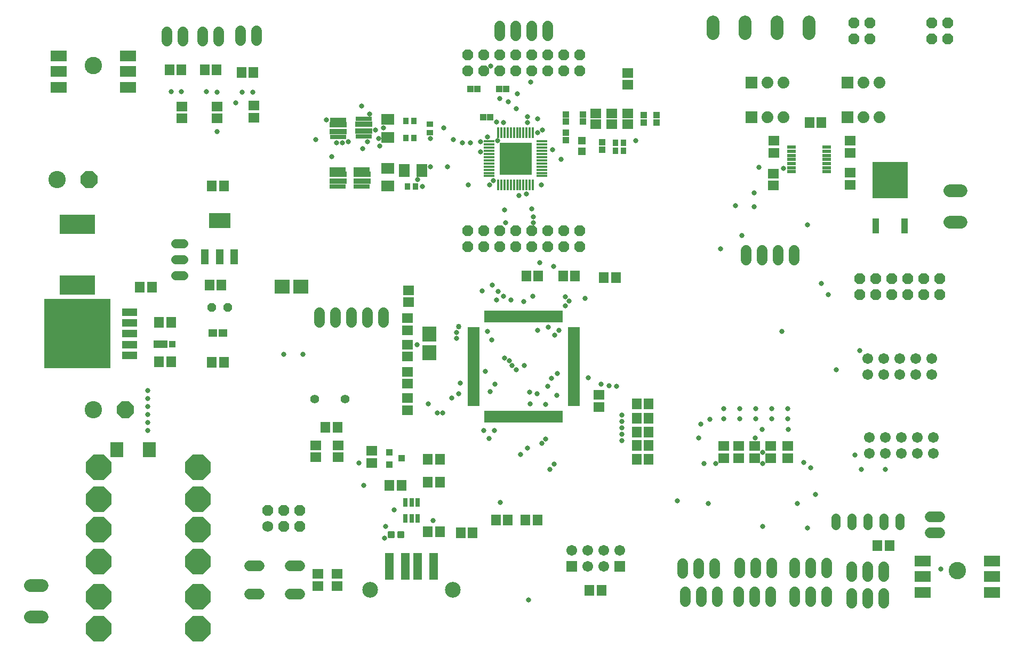
<source format=gbr>
G04 EAGLE Gerber RS-274X export*
G75*
%MOMM*%
%FSLAX34Y34*%
%LPD*%
%INSoldermask Top*%
%IPPOS*%
%AMOC8*
5,1,8,0,0,1.08239X$1,22.5*%
G01*
%ADD10R,1.703200X1.503200*%
%ADD11R,1.103200X1.053200*%
%ADD12R,1.053200X1.103200*%
%ADD13R,0.903200X1.103200*%
%ADD14R,1.503200X1.703200*%
%ADD15C,2.743200*%
%ADD16P,2.969212X8X22.500000*%
%ADD17R,1.203200X1.303200*%
%ADD18R,1.103200X0.903200*%
%ADD19P,1.869504X8X202.500000*%
%ADD20R,2.003200X2.403200*%
%ADD21R,2.203200X1.303200*%
%ADD22R,1.003200X1.003200*%
%ADD23C,1.703200*%
%ADD24C,1.727200*%
%ADD25P,4.343848X8X22.500000*%
%ADD26P,4.343848X8X202.500000*%
%ADD27C,1.993900*%
%ADD28R,1.653200X0.453200*%
%ADD29R,0.453200X1.653200*%
%ADD30R,5.203200X5.203200*%
%ADD31R,1.153200X2.353200*%
%ADD32R,3.453200X2.353200*%
%ADD33R,10.613200X11.003200*%
%ADD34R,2.362200X1.270000*%
%ADD35R,5.603200X3.103200*%
%ADD36R,2.403200X2.203200*%
%ADD37R,2.203200X2.403200*%
%ADD38P,1.539592X8X202.500000*%
%ADD39R,1.092200X2.387600*%
%ADD40R,5.664200X5.816600*%
%ADD41R,0.653200X0.723200*%
%ADD42R,2.723200X0.953200*%
%ADD43R,1.953200X0.723200*%
%ADD44R,1.103200X1.003200*%
%ADD45C,1.422400*%
%ADD46R,1.803200X2.006200*%
%ADD47R,2.006200X1.803200*%
%ADD48C,1.422400*%
%ADD49C,0.425956*%
%ADD50R,1.458200X1.309200*%
%ADD51C,1.727200*%
%ADD52P,1.869504X8X22.500000*%
%ADD53R,2.514600X1.803400*%
%ADD54C,2.755900*%
%ADD55C,1.703200*%
%ADD56R,1.703200X1.703200*%
%ADD57R,1.828200X0.483200*%
%ADD58R,0.483200X1.828200*%
%ADD59R,0.803200X1.353200*%
%ADD60R,1.358900X0.508000*%
%ADD61R,1.879600X1.879600*%
%ADD62C,1.879600*%
%ADD63R,1.323200X4.203200*%
%ADD64C,2.503200*%
%ADD65C,0.808000*%
%ADD66C,0.858000*%


D10*
X1028700Y791600D03*
X1028700Y808600D03*
D11*
X930910Y777960D03*
X930910Y766360D03*
X957580Y795570D03*
X957580Y807170D03*
X1054100Y794300D03*
X1054100Y805900D03*
D12*
X824780Y847090D03*
X836380Y847090D03*
X799380Y802640D03*
X810980Y802640D03*
X779060Y847090D03*
X790660Y847090D03*
D11*
X930910Y807170D03*
X930910Y795570D03*
D13*
X1009500Y762000D03*
X1022500Y762000D03*
D14*
X782930Y142240D03*
X763930Y142240D03*
D10*
X1003300Y791600D03*
X1003300Y808600D03*
D14*
X650900Y217170D03*
X669900Y217170D03*
D10*
X537210Y76810D03*
X537210Y57810D03*
D14*
X301650Y877570D03*
X320650Y877570D03*
X357530Y877570D03*
X376530Y877570D03*
X415950Y873760D03*
X434950Y873760D03*
X387960Y693420D03*
X368960Y693420D03*
X384150Y535940D03*
X365150Y535940D03*
X387960Y412750D03*
X368960Y412750D03*
D15*
X180340Y337820D03*
D16*
X231140Y337820D03*
D14*
X285140Y414020D03*
X304140Y414020D03*
D17*
X956310Y748420D03*
X956310Y765420D03*
D15*
X123190Y703580D03*
D16*
X173990Y703580D03*
D14*
X273660Y532130D03*
X254660Y532130D03*
X1317650Y793750D03*
X1336650Y793750D03*
X866800Y162560D03*
X885800Y162560D03*
X838810Y162560D03*
X819810Y162560D03*
D10*
X679450Y464210D03*
X679450Y483210D03*
X982980Y361290D03*
X982980Y342290D03*
D14*
X991260Y547370D03*
X1010260Y547370D03*
X887070Y549910D03*
X868070Y549910D03*
D10*
X680720Y508660D03*
X680720Y527660D03*
D11*
X988060Y762720D03*
X988060Y751120D03*
D10*
X679450Y422300D03*
X679450Y441300D03*
X568960Y262280D03*
X568960Y281280D03*
X533400Y262280D03*
X533400Y281280D03*
X977900Y791600D03*
X977900Y808600D03*
D11*
X1074420Y794300D03*
X1074420Y805900D03*
D18*
X715010Y778360D03*
X715010Y791360D03*
D14*
X1425600Y121920D03*
X1444600Y121920D03*
X968400Y50800D03*
X987400Y50800D03*
D19*
X1413510Y952500D03*
X1413510Y927100D03*
X1388110Y952500D03*
X1388110Y927100D03*
D20*
X218340Y274320D03*
X269340Y274320D03*
D21*
X287140Y441960D03*
D22*
X306140Y441960D03*
D23*
X1409700Y393700D03*
X1409700Y419100D03*
X1435100Y393700D03*
X1435100Y419100D03*
X1460500Y393700D03*
X1460500Y419100D03*
X1485900Y393700D03*
X1485900Y419100D03*
X1511300Y393700D03*
X1511300Y419100D03*
X1412240Y267970D03*
X1412240Y293370D03*
X1437640Y267970D03*
X1437640Y293370D03*
X1463040Y267970D03*
X1463040Y293370D03*
X1488440Y267970D03*
X1488440Y293370D03*
X1513840Y267970D03*
X1513840Y293370D03*
D19*
X1524000Y546100D03*
X1498600Y546100D03*
X1473200Y546100D03*
X1447800Y546100D03*
X1422400Y546100D03*
X1397000Y546100D03*
X1524000Y520700D03*
X1498600Y520700D03*
X1473200Y520700D03*
X1447800Y520700D03*
X1422400Y520700D03*
X1397000Y520700D03*
D24*
X1294130Y93980D02*
X1294130Y78740D01*
X1319530Y78740D02*
X1319530Y93980D01*
X1344930Y93980D02*
X1344930Y78740D01*
X1206500Y78740D02*
X1206500Y93980D01*
X1231900Y93980D02*
X1231900Y78740D01*
X1257300Y78740D02*
X1257300Y93980D01*
X1116330Y92710D02*
X1116330Y77470D01*
X1141730Y77470D02*
X1141730Y92710D01*
X1167130Y92710D02*
X1167130Y77470D01*
D25*
X189230Y40640D03*
X346710Y40640D03*
X346710Y-10160D03*
X189230Y-10160D03*
D26*
X346710Y96520D03*
X189230Y96520D03*
X189230Y147320D03*
X346710Y147320D03*
D25*
X189230Y246380D03*
X346710Y246380D03*
X346710Y195580D03*
X189230Y195580D03*
D19*
X1536700Y952500D03*
X1536700Y927100D03*
X1511300Y952500D03*
X1511300Y927100D03*
D27*
X1540447Y635400D02*
X1558354Y635400D01*
X1558354Y685400D02*
X1540447Y685400D01*
X1316990Y935927D02*
X1316990Y953834D01*
X1266190Y953834D02*
X1266190Y935927D01*
X1215390Y935927D02*
X1215390Y953834D01*
X1164590Y953834D02*
X1164590Y935927D01*
D28*
X809150Y764100D03*
X809150Y759100D03*
X809150Y754100D03*
X809150Y749100D03*
X809150Y744100D03*
X809150Y739100D03*
X809150Y734100D03*
X809150Y729100D03*
X809150Y724100D03*
X809150Y719100D03*
X809150Y714100D03*
X809150Y709100D03*
D29*
X823400Y694850D03*
X828400Y694850D03*
X833400Y694850D03*
X838400Y694850D03*
X843400Y694850D03*
X848400Y694850D03*
X853400Y694850D03*
X858400Y694850D03*
X863400Y694850D03*
X868400Y694850D03*
X873400Y694850D03*
X878400Y694850D03*
D28*
X892650Y709100D03*
X892650Y714100D03*
X892650Y719100D03*
X892650Y724100D03*
X892650Y729100D03*
X892650Y734100D03*
X892650Y739100D03*
X892650Y744100D03*
X892650Y749100D03*
X892650Y754100D03*
X892650Y759100D03*
X892650Y764100D03*
D29*
X878400Y778350D03*
X873400Y778350D03*
X868400Y778350D03*
X863400Y778350D03*
X858400Y778350D03*
X853400Y778350D03*
X848400Y778350D03*
X843400Y778350D03*
X838400Y778350D03*
X833400Y778350D03*
X828400Y778350D03*
X823400Y778350D03*
D30*
X850900Y736600D03*
D31*
X358000Y580600D03*
X381000Y580600D03*
X404000Y580600D03*
D32*
X381000Y638600D03*
D33*
X154940Y458470D03*
D34*
X238252Y424434D03*
X238252Y441452D03*
X238252Y458470D03*
X238252Y475488D03*
X238252Y492506D03*
D24*
X1508760Y167640D02*
X1524000Y167640D01*
X1524000Y142240D02*
X1508760Y142240D01*
D35*
X154940Y632700D03*
X154940Y535700D03*
D36*
X480300Y533400D03*
X510300Y533400D03*
D37*
X713740Y458230D03*
X713740Y428230D03*
D38*
X393700Y500380D03*
X368300Y500380D03*
D39*
X1422360Y629793D03*
X1468160Y629793D03*
D40*
X1445260Y703072D03*
D24*
X1384300Y45720D02*
X1384300Y30480D01*
X1409700Y30480D02*
X1409700Y45720D01*
X1435100Y45720D02*
X1435100Y30480D01*
D27*
X99124Y58020D02*
X81217Y58020D01*
X81217Y8020D02*
X99124Y8020D01*
D41*
X597310Y692220D03*
D42*
X607060Y711620D03*
X607060Y700620D03*
D43*
X610310Y692220D03*
X610310Y720020D03*
D41*
X597310Y720020D03*
X559210Y692220D03*
D42*
X568960Y711620D03*
X568960Y700620D03*
D43*
X572210Y692220D03*
X572210Y720020D03*
D41*
X559210Y720020D03*
X619350Y800030D03*
D42*
X609600Y780630D03*
X609600Y791630D03*
D43*
X606350Y800030D03*
X606350Y772230D03*
D41*
X619350Y772230D03*
X578710Y798760D03*
D42*
X568960Y779360D03*
X568960Y790360D03*
D43*
X565710Y798760D03*
X565710Y770960D03*
D41*
X578710Y770960D03*
D44*
X650400Y269850D03*
X650400Y250850D03*
X670400Y260350D03*
D45*
X580390Y354330D03*
X532130Y354330D03*
D46*
X674120Y717550D03*
X702560Y717550D03*
D47*
X647700Y799080D03*
X647700Y770640D03*
D10*
X622300Y272390D03*
X622300Y253390D03*
D14*
X730860Y259080D03*
X711860Y259080D03*
D10*
X567690Y57810D03*
X567690Y76810D03*
X321310Y800760D03*
X321310Y819760D03*
X377190Y800760D03*
X377190Y819760D03*
X435610Y802030D03*
X435610Y821030D03*
D14*
X285140Y476250D03*
X304140Y476250D03*
D48*
X311404Y601980D02*
X323596Y601980D01*
X323596Y551180D02*
X311404Y551180D01*
X311404Y576580D02*
X323596Y576580D01*
D10*
X679450Y398120D03*
X679450Y379120D03*
D47*
X647700Y693170D03*
X647700Y721610D03*
D10*
X1381760Y695350D03*
X1381760Y714350D03*
X1259840Y713080D03*
X1259840Y694080D03*
X1261110Y746150D03*
X1261110Y765150D03*
X1381760Y746150D03*
X1381760Y765150D03*
X679450Y356210D03*
X679450Y337210D03*
D14*
X549300Y309880D03*
X568300Y309880D03*
X1062330Y346710D03*
X1043330Y346710D03*
D10*
X1282700Y280010D03*
X1282700Y261010D03*
D14*
X1062330Y323850D03*
X1043330Y323850D03*
D10*
X1256030Y280010D03*
X1256030Y261010D03*
D13*
X1009500Y749300D03*
X1022500Y749300D03*
D14*
X1062330Y302260D03*
X1043330Y302260D03*
D10*
X1230630Y280010D03*
X1230630Y261010D03*
D14*
X1062330Y280670D03*
X1043330Y280670D03*
D10*
X1205230Y280010D03*
X1205230Y261010D03*
D14*
X1062330Y259080D03*
X1043330Y259080D03*
D10*
X1181100Y280010D03*
X1181100Y261010D03*
X1028700Y873100D03*
X1028700Y854100D03*
D14*
X926490Y549910D03*
X945490Y549910D03*
D13*
X676760Y796290D03*
X689760Y796290D03*
X679300Y692150D03*
X692300Y692150D03*
X689760Y769620D03*
X676760Y769620D03*
D14*
X730860Y222250D03*
X711860Y222250D03*
X730860Y143510D03*
X711860Y143510D03*
D49*
X671351Y143031D02*
X664689Y143031D01*
X671351Y143031D02*
X671351Y136369D01*
X664689Y136369D01*
X664689Y143031D01*
X664689Y140416D02*
X671351Y140416D01*
X656111Y143031D02*
X649449Y143031D01*
X656111Y143031D02*
X656111Y136369D01*
X649449Y136369D01*
X649449Y143031D01*
X649449Y140416D02*
X656111Y140416D01*
D50*
X370200Y459740D03*
X386720Y459740D03*
D24*
X493522Y89916D02*
X508762Y89916D01*
X508762Y44704D02*
X493522Y44704D01*
X443738Y89916D02*
X428498Y89916D01*
X428498Y44704D02*
X443738Y44704D01*
X1384300Y72390D02*
X1384300Y87630D01*
X1409700Y87630D02*
X1409700Y72390D01*
X1435100Y72390D02*
X1435100Y87630D01*
D48*
X1358900Y153924D02*
X1358900Y166116D01*
X1384300Y166116D02*
X1384300Y153924D01*
X1409700Y153924D02*
X1409700Y166116D01*
X1435100Y166116D02*
X1435100Y153924D01*
X1460500Y153924D02*
X1460500Y166116D01*
D24*
X1216660Y575310D02*
X1216660Y590550D01*
X1242060Y590550D02*
X1242060Y575310D01*
X1267460Y575310D02*
X1267460Y590550D01*
X1292860Y590550D02*
X1292860Y575310D01*
D51*
X457200Y152400D03*
D52*
X482600Y152400D03*
X508000Y152400D03*
X457200Y177800D03*
X482600Y177800D03*
X508000Y177800D03*
D19*
X952500Y622300D03*
X927100Y622300D03*
X901700Y622300D03*
X876300Y622300D03*
X850900Y622300D03*
X825500Y622300D03*
X952500Y596900D03*
X927100Y596900D03*
X901700Y596900D03*
X876300Y596900D03*
X850900Y596900D03*
X825500Y596900D03*
X800100Y622300D03*
X774700Y622300D03*
X800100Y596900D03*
X774700Y596900D03*
D52*
X774700Y876300D03*
X800100Y876300D03*
X825500Y876300D03*
X850900Y876300D03*
X876300Y876300D03*
X901700Y876300D03*
X774700Y901700D03*
X800100Y901700D03*
X825500Y901700D03*
X850900Y901700D03*
X876300Y901700D03*
X901700Y901700D03*
X927100Y876300D03*
X952500Y876300D03*
X927100Y901700D03*
X952500Y901700D03*
D24*
X901700Y932180D02*
X901700Y947420D01*
X876300Y947420D02*
X876300Y932180D01*
X850900Y932180D02*
X850900Y947420D01*
X825500Y947420D02*
X825500Y932180D01*
D53*
X235340Y850030D03*
X235340Y875030D03*
X235340Y900030D03*
X125340Y900030D03*
X125340Y875030D03*
X125340Y850030D03*
D54*
X180340Y884936D03*
D53*
X1606940Y47390D03*
X1606940Y72390D03*
X1606940Y97390D03*
X1496940Y97390D03*
X1496940Y72390D03*
X1496940Y47390D03*
D54*
X1551940Y82296D03*
D55*
X322580Y923410D02*
X322580Y938410D01*
X297180Y938410D02*
X297180Y923410D01*
X379730Y923410D02*
X379730Y938410D01*
X354330Y938410D02*
X354330Y923410D01*
X439420Y924680D02*
X439420Y939680D01*
X414020Y939680D02*
X414020Y924680D01*
D56*
X1016000Y88900D03*
D23*
X990600Y88900D03*
X965200Y88900D03*
X965200Y114300D03*
X990600Y114300D03*
X1016000Y114300D03*
X939800Y114300D03*
D56*
X939800Y88900D03*
D57*
X783975Y466400D03*
X783975Y461400D03*
X783975Y456400D03*
X783975Y451400D03*
X783975Y446400D03*
X783975Y441400D03*
X783975Y436400D03*
X783975Y431400D03*
X783975Y426400D03*
X783975Y421400D03*
X783975Y416400D03*
X783975Y411400D03*
X783975Y406400D03*
X783975Y401400D03*
X783975Y396400D03*
X783975Y391400D03*
X783975Y386400D03*
X783975Y381400D03*
X783975Y376400D03*
X783975Y371400D03*
X783975Y366400D03*
X783975Y361400D03*
X783975Y356400D03*
X783975Y351400D03*
X783975Y346400D03*
D58*
X803600Y326775D03*
X808600Y326775D03*
X813600Y326775D03*
X818600Y326775D03*
X823600Y326775D03*
X828600Y326775D03*
X833600Y326775D03*
X838600Y326775D03*
X843600Y326775D03*
X848600Y326775D03*
X853600Y326775D03*
X858600Y326775D03*
X863600Y326775D03*
X868600Y326775D03*
X873600Y326775D03*
X878600Y326775D03*
X883600Y326775D03*
X888600Y326775D03*
X893600Y326775D03*
X898600Y326775D03*
X903600Y326775D03*
X908600Y326775D03*
X913600Y326775D03*
X918600Y326775D03*
X923600Y326775D03*
D57*
X943225Y346400D03*
X943225Y351400D03*
X943225Y356400D03*
X943225Y361400D03*
X943225Y366400D03*
X943225Y371400D03*
X943225Y376400D03*
X943225Y381400D03*
X943225Y386400D03*
X943225Y391400D03*
X943225Y396400D03*
X943225Y401400D03*
X943225Y406400D03*
X943225Y411400D03*
X943225Y416400D03*
X943225Y421400D03*
X943225Y426400D03*
X943225Y431400D03*
X943225Y436400D03*
X943225Y441400D03*
X943225Y446400D03*
X943225Y451400D03*
X943225Y456400D03*
X943225Y461400D03*
X943225Y466400D03*
D58*
X923600Y486025D03*
X918600Y486025D03*
X913600Y486025D03*
X908600Y486025D03*
X903600Y486025D03*
X898600Y486025D03*
X893600Y486025D03*
X888600Y486025D03*
X883600Y486025D03*
X878600Y486025D03*
X873600Y486025D03*
X868600Y486025D03*
X863600Y486025D03*
X858600Y486025D03*
X853600Y486025D03*
X848600Y486025D03*
X843600Y486025D03*
X838600Y486025D03*
X833600Y486025D03*
X828600Y486025D03*
X823600Y486025D03*
X818600Y486025D03*
X813600Y486025D03*
X808600Y486025D03*
X803600Y486025D03*
D59*
X695300Y190800D03*
X685800Y190800D03*
X676300Y190800D03*
X676300Y164800D03*
X685800Y164800D03*
X695300Y164800D03*
D60*
X1289241Y754830D03*
X1289241Y748330D03*
X1289241Y741830D03*
X1289241Y735330D03*
X1289241Y728830D03*
X1289241Y722330D03*
X1289241Y715830D03*
X1344740Y715830D03*
X1344740Y722330D03*
X1344740Y728830D03*
X1344740Y735330D03*
X1344740Y741830D03*
X1344740Y748330D03*
X1344740Y754830D03*
D61*
X1225550Y802640D03*
D62*
X1250950Y802640D03*
X1276350Y802640D03*
D61*
X1225550Y857250D03*
D62*
X1250950Y857250D03*
X1276350Y857250D03*
D61*
X1377950Y857250D03*
D62*
X1403350Y857250D03*
X1428750Y857250D03*
D61*
X1377950Y802640D03*
D62*
X1403350Y802640D03*
X1428750Y802640D03*
D63*
X675800Y89200D03*
X695800Y89200D03*
X650800Y89200D03*
X720800Y89200D03*
D64*
X620100Y52000D03*
X751500Y52000D03*
D24*
X1294130Y48260D02*
X1294130Y33020D01*
X1319530Y33020D02*
X1319530Y48260D01*
X1344930Y48260D02*
X1344930Y33020D01*
X1205230Y33020D02*
X1205230Y48260D01*
X1230630Y48260D02*
X1230630Y33020D01*
X1256030Y33020D02*
X1256030Y48260D01*
X1120140Y48260D02*
X1120140Y33020D01*
X1145540Y33020D02*
X1145540Y48260D01*
X1170940Y48260D02*
X1170940Y33020D01*
X539750Y476250D02*
X539750Y491490D01*
X565150Y491490D02*
X565150Y476250D01*
X590550Y476250D02*
X590550Y491490D01*
X615950Y491490D02*
X615950Y476250D01*
X641350Y476250D02*
X641350Y491490D01*
D65*
X817880Y378460D03*
X810260Y366162D03*
X833476Y420014D03*
X1397000Y431800D03*
X1360170Y401320D03*
X840740Y415290D03*
X845185Y408305D03*
X852170Y401320D03*
X864870Y407908D03*
X1389380Y265430D03*
X858520Y266700D03*
X404000Y580600D03*
X1314450Y631190D03*
X1525905Y84455D03*
X986790Y378460D03*
X999490Y375920D03*
X800100Y304800D03*
X1010920Y374650D03*
X1437640Y242570D03*
X1399540Y242808D03*
X808990Y292100D03*
X966470Y388620D03*
X735330Y332740D03*
X726440Y332740D03*
X644525Y152400D03*
X694690Y440690D03*
X812800Y448310D03*
X885938Y463550D03*
X820618Y511810D03*
X913130Y455930D03*
X680720Y508660D03*
X1381760Y765150D03*
X1282700Y339730D03*
X370200Y459740D03*
X368960Y412750D03*
X1257300Y339730D03*
X1231900Y339730D03*
X1206500Y339730D03*
X1181100Y339730D03*
X1284224Y306832D03*
X1319530Y245110D03*
X905510Y242570D03*
X1308100Y254000D03*
X911860Y251460D03*
X1336040Y538480D03*
X814070Y535940D03*
X1347470Y520700D03*
X822960Y525780D03*
X892810Y284480D03*
X901700Y374650D03*
X658368Y178816D03*
X609600Y217424D03*
X720090Y161290D03*
X826894Y190500D03*
X916940Y394970D03*
X712470Y346710D03*
X304160Y843280D03*
X417190Y842010D03*
X360040Y843280D03*
X713740Y428230D03*
X802640Y398780D03*
X406400Y825500D03*
X679450Y422300D03*
X513080Y425450D03*
X377190Y779780D03*
X320650Y800100D03*
X320680Y843280D03*
X377190Y842010D03*
X433710Y842010D03*
X266700Y368300D03*
X266700Y355600D03*
X266700Y342900D03*
X266700Y330200D03*
X266700Y317500D03*
X266700Y304800D03*
X482840Y425450D03*
X386720Y459740D03*
X388620Y411480D03*
X601980Y252730D03*
X1107440Y193040D03*
X642938Y133350D03*
X1298575Y188913D03*
X1327150Y203200D03*
X1157288Y188913D03*
X1236980Y722630D03*
X1276350Y721360D03*
X1200150Y661670D03*
X1261110Y746150D03*
X1210310Y614680D03*
X1259840Y713080D03*
X1229360Y681990D03*
X1381760Y746150D03*
X1229360Y660400D03*
X1381760Y695350D03*
X763270Y380008D03*
X831850Y518160D03*
X680720Y527660D03*
X679450Y379120D03*
X916305Y360363D03*
X908050Y387350D03*
X878205Y518160D03*
X903288Y469265D03*
X873443Y365760D03*
X817563Y304800D03*
X760730Y363220D03*
X749300Y356588D03*
X1282700Y323210D03*
X1314450Y150178D03*
X1257300Y323210D03*
X1243584Y152400D03*
X1243584Y251968D03*
X1243584Y270256D03*
X1231392Y292608D03*
X1150112Y251968D03*
X1231900Y323210D03*
X1242060Y306070D03*
X1205230Y280010D03*
X1168400Y251968D03*
X1206500Y323210D03*
X1144806Y315059D03*
X1141730Y292636D03*
X1273810Y462280D03*
X919480Y463550D03*
X871220Y35560D03*
X1019810Y288290D03*
X869992Y276860D03*
X1181100Y323210D03*
X1159510Y322933D03*
X1181100Y280010D03*
X1019810Y328930D03*
X898600Y346000D03*
X1019810Y319166D03*
X898282Y290830D03*
X1019810Y308808D03*
X885190Y363220D03*
X1019810Y298450D03*
X873760Y346710D03*
X911225Y565150D03*
X1176020Y593090D03*
X889000Y571500D03*
X863600Y509270D03*
X843280Y511810D03*
X806133Y461963D03*
X961390Y514350D03*
X929640Y517088D03*
X929640Y502920D03*
X935990Y510540D03*
X766763Y762000D03*
X779463Y762000D03*
X1041400Y765175D03*
X822325Y765175D03*
X879475Y644525D03*
X879475Y635000D03*
X809625Y695325D03*
X876300Y657225D03*
X892175Y695325D03*
X835025Y635000D03*
X833438Y655638D03*
X874713Y858838D03*
X606425Y820738D03*
X566738Y762000D03*
X628650Y782638D03*
X885825Y800100D03*
X635000Y757238D03*
X615950Y763588D03*
X811213Y884238D03*
X576263Y762000D03*
X825500Y831850D03*
X608013Y752475D03*
X885825Y777875D03*
X854075Y839788D03*
X585788Y763588D03*
X893763Y782638D03*
X736600Y785813D03*
X820738Y795338D03*
X633413Y768350D03*
X831850Y793750D03*
X742950Y723900D03*
X715963Y723900D03*
X703263Y692150D03*
X776288Y695325D03*
X806450Y771525D03*
X795338Y763588D03*
X839788Y827088D03*
X852488Y815975D03*
X558800Y740093D03*
X533400Y766763D03*
X619125Y808038D03*
X869950Y793750D03*
X641350Y785813D03*
X869950Y803275D03*
X715963Y768350D03*
X752475Y766763D03*
X868363Y681038D03*
X856615Y678498D03*
X815975Y701675D03*
X923290Y735965D03*
X695325Y703263D03*
X795338Y747713D03*
X909638Y750888D03*
X550863Y798513D03*
X797878Y526733D03*
D66*
X760730Y469900D03*
D65*
X757238Y460375D03*
X757238Y450850D03*
M02*

</source>
